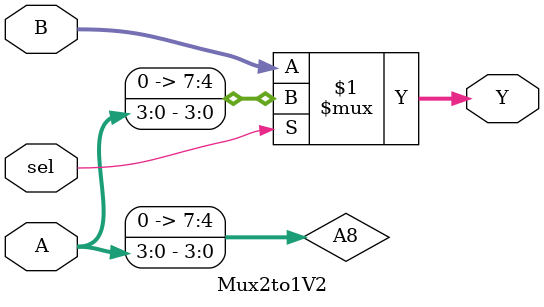
<source format=v>

module Mux2to1V2(output [7:0] Y, input [3:0] A, input [7:0] B, input sel);
  wire [7:0] A8 = { 4'b0000, A};
  assign Y = (sel) ? A8 : B;
endmodule

</source>
